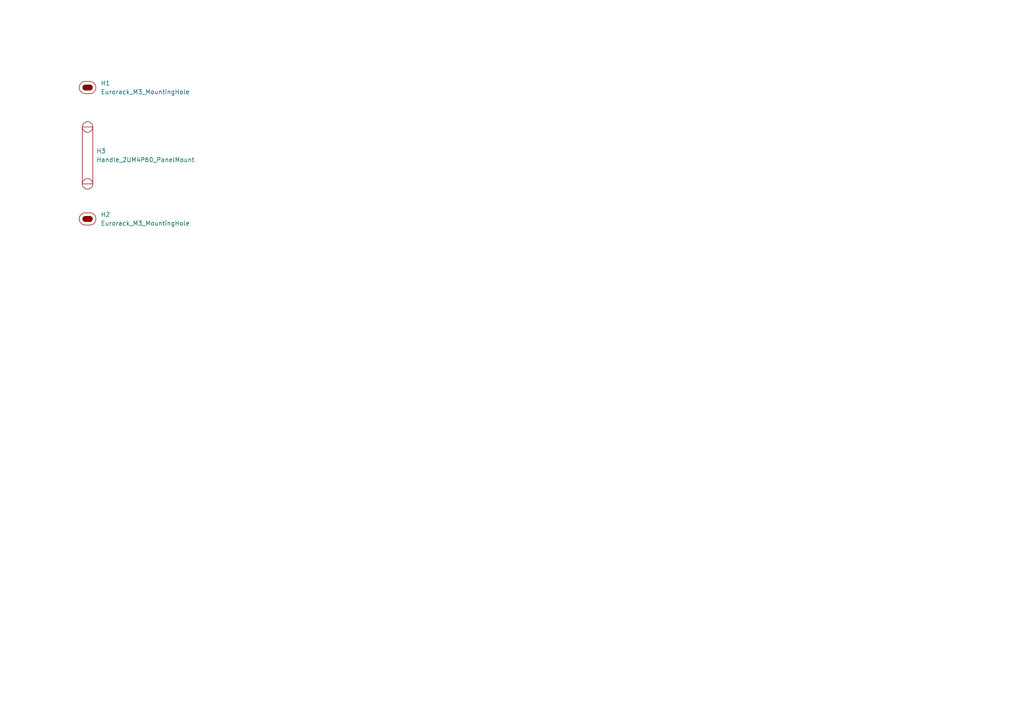
<source format=kicad_sch>
(kicad_sch (version 20250114) (generator "eeschema") (generator_version "9.0")
  (paper "A4")
  (lib_symbols
    (symbol "EXC:Eurorack_M3_MountingHole" (pin_names (offset 1.016))
      (property "Reference" "H" (at 0 5.08 0))
      (property "Value" "Eurorack_M3_MountingHole" (at 0 3.175 0))
      (symbol "Eurorack_M3_MountingHole_0_1"
        (polyline (pts (xy -0.635 0.762) (xy 0.635 0.762)))
        (circle (center -0.635 0) (radius 0.762) (fill (type outline)))
        (arc (start -0.635 -0.762) (mid -1.397 0) (end -0.635 0.762))
        (arc (start -0.635 -1.778) (mid -2.413 0) (end -0.635 1.778))
        (polyline (pts (xy -0.635 -0.762) (xy 0.635 -0.762)))
        (polyline (pts (xy -0.635 -1.778) (xy 0.635 -1.778)))
        (circle (center 0 0) (radius 0.762) (fill (type outline)))
        (polyline (pts (xy 0.635 1.778) (xy -0.635 1.778)))
        (arc (start 0.6141 1.778) (mid 2.4131 0) (end 0.6141 -1.778))
        (arc (start 0.6227 0.762) (mid 1.3971 0) (end 0.6227 -0.762))
        (circle (center 0.635 0) (radius 0.762) (fill (type outline)))
      )
    )
    (symbol "EXC:Handle_2UM4P60_A"
      (property "Reference" "H" (at 0 -2.794 0))
      (property "Value" "Handle_2UM4P60_PanelMount" (at 0.254 -20.828 0))
      (symbol "Handle_2UM4P60_A_0_1"
        (rectangle (start -1.524 0) (end 1.524 -16.51))
        (circle (center 0 0) (radius 1.524))
        (circle (center 0 -16.51) (radius 1.524))
      )
    )
  )
  (symbol (lib_id "EXC:Eurorack_M3_MountingHole") (at 25.4 25.4 0) (unit 1)
    (property "Reference" "H1" (at 29.21 24.1299 0) (effects (justify left)))
    (property "Value" "Eurorack_M3_MountingHole" (at 29.21 26.6699 0) (effects (justify left)))
    (property "Footprint" "EXC:MountingHole_3.2mm_M3" (effects (hide yes)))
    (property "Description" "Mounting Hole without connection" (effects (hide yes)))
  )
  (symbol (lib_id "EXC:Eurorack_M3_MountingHole") (at 25.4 63.5 0) (unit 1)
    (property "Reference" "H2" (at 29.21 62.2299 0) (effects (justify left)))
    (property "Value" "Eurorack_M3_MountingHole" (at 29.21 64.7699 0) (effects (justify left)))
    (property "Footprint" "EXC:MountingHole_3.2mm_M3" (effects (hide yes)))
    (property "Description" "Mounting Hole without connection" (effects (hide yes)))
  )
  (symbol (lib_id "EXC:Handle_2UM4P60_A") (at 25.4 36.83 0) (unit 1)
    (property "Reference" "H3" (at 27.94 43.8149 0) (effects (justify left)))
    (property "Value" "Handle_2UM4P60_PanelMount" (at 27.94 46.3549 0) (effects (justify left)))
    (property "Footprint" "EXC:Handle_2UM4P60_A" (effects (hide yes)))
    (property "Datasheet" "https://ae-pic-a1.aliexpress-media.com/kf/Sbae1622782804f9f92841f71c2bff088U.jpg" (effects (hide yes)))
    (property "Description" "The part of the 60mm handle that has the holes for the mounting screws" (effects (hide yes)))
    (property "Source" "https://www.aliexpress.com/item/1005007166949940.html" (effects (hide yes)))
  )
)
</source>
